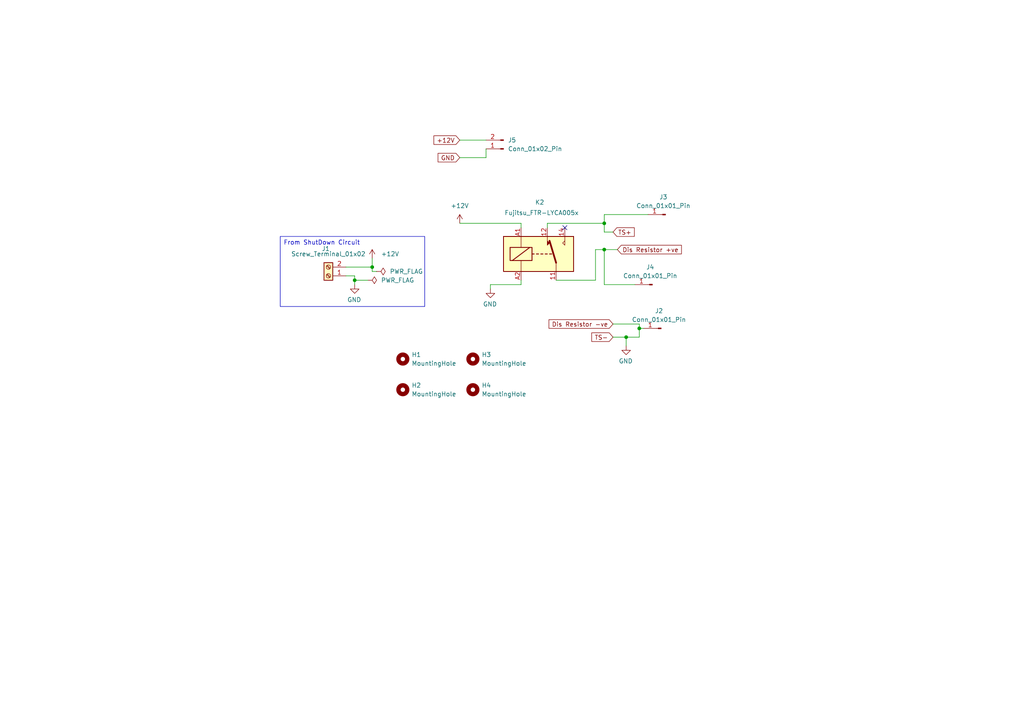
<source format=kicad_sch>
(kicad_sch (version 20231120) (generator "eeschema") (generator_version "8.0")
  (paper "A4")
  (lib_symbols
    (symbol "Connector:Conn_01x01_Pin" (pin_names (offset 1.016) hide)
      (property "Reference" "J" (at 0 2.54 0))
      (property "Value" "Conn_01x01_Pin" (at 0 -2.54 0))
      (symbol "Conn_01x01_Pin_1_1"
        (polyline (pts (xy 1.27 0) (xy 0.8636 0)) (stroke (width 0.1524)))
        (rectangle (start 0.8636 0.127) (end 0 -0.127) (stroke (width 0.1524)) (fill (type outline)))
        (pin passive line (at 5.08 0 180) (length 3.81) (name "Pin_1") (number "1"))
      )
    )
    (symbol "Connector:Conn_01x02_Pin" (pin_names (offset 1.016) hide)
      (property "Reference" "J" (at 0 2.54 0))
      (property "Value" "Conn_01x02_Pin" (at 0 -5.08 0))
      (symbol "Conn_01x02_Pin_1_1"
        (polyline (pts (xy 1.27 -2.54) (xy 0.8636 -2.54)) (stroke (width 0.1524)))
        (polyline (pts (xy 1.27 0) (xy 0.8636 0)) (stroke (width 0.1524)))
        (rectangle (start 0.8636 -2.413) (end 0 -2.667) (stroke (width 0.1524)) (fill (type outline)))
        (rectangle (start 0.8636 0.127) (end 0 -0.127) (stroke (width 0.1524)) (fill (type outline)))
        (pin passive line (at 5.08 0 180) (length 3.81) (name "Pin_1") (number "1"))
        (pin passive line (at 5.08 -2.54 180) (length 3.81) (name "Pin_2") (number "2"))
      )
    )
    (symbol "Connector:Screw_Terminal_01x02" (pin_names (offset 1.016) hide)
      (property "Reference" "J" (at 0 2.54 0))
      (property "Value" "Screw_Terminal_01x02" (at 0 -5.08 0))
      (symbol "Screw_Terminal_01x02_1_1"
        (rectangle (start -1.27 1.27) (end 1.27 -3.81) (stroke (width 0.254)) (fill (type background)))
        (circle (center 0 -2.54) (radius 0.635) (stroke (width 0.1524)))
        (polyline (pts (xy -0.5334 -2.2098) (xy 0.3302 -3.048)) (stroke (width 0.1524)))
        (polyline (pts (xy -0.5334 0.3302) (xy 0.3302 -0.508)) (stroke (width 0.1524)))
        (polyline (pts (xy -0.3556 -2.032) (xy 0.508 -2.8702)) (stroke (width 0.1524)))
        (polyline (pts (xy -0.3556 0.508) (xy 0.508 -0.3302)) (stroke (width 0.1524)))
        (circle (center 0 0) (radius 0.635) (stroke (width 0.1524)))
        (pin passive line (at -5.08 0 0) (length 3.81) (name "Pin_1") (number "1"))
        (pin passive line (at -5.08 -2.54 0) (length 3.81) (name "Pin_2") (number "2"))
      )
    )
    (symbol "Mechanical:MountingHole" (pin_names (offset 1.016)) (exclude_from_sim yes) (in_bom no)
      (property "Reference" "H" (at 0 5.08 0))
      (property "Value" "MountingHole" (at 0 3.175 0))
      (symbol "MountingHole_0_1"
        (circle (center 0 0) (radius 1.27) (stroke (width 1.27)))
      )
    )
    (symbol "Relay:Fujitsu_FTR-LYCA005x"
      (property "Reference" "K" (at 11.43 3.81 0))
      (property "Value" "Fujitsu_FTR-LYCA005x" (at 11.43 1.27 0))
      (symbol "Fujitsu_FTR-LYCA005x_0_0"
        (polyline (pts (xy 7.62 5.08) (xy 7.62 2.54) (xy 6.985 3.175) (xy 7.62 3.81)))
      )
      (symbol "Fujitsu_FTR-LYCA005x_0_1"
        (rectangle (start -10.16 5.08) (end 10.16 -5.08) (stroke (width 0.254)) (fill (type background)))
        (rectangle (start -8.255 1.905) (end -1.905 -1.905) (stroke (width 0.254)))
        (polyline (pts (xy -7.62 -1.905) (xy -2.54 1.905)) (stroke (width 0.254)))
        (polyline (pts (xy -5.08 -5.08) (xy -5.08 -1.905)))
        (polyline (pts (xy -5.08 5.08) (xy -5.08 1.905)))
        (polyline (pts (xy -1.905 0) (xy -1.27 0)) (stroke (width 0.254)))
        (polyline (pts (xy -0.635 0) (xy 0 0)) (stroke (width 0.254)))
        (polyline (pts (xy 0.635 0) (xy 1.27 0)) (stroke (width 0.254)))
        (polyline (pts (xy 1.905 0) (xy 2.54 0)) (stroke (width 0.254)))
        (polyline (pts (xy 3.175 0) (xy 3.81 0)) (stroke (width 0.254)))
        (polyline (pts (xy 5.08 -2.54) (xy 3.175 3.81)) (stroke (width 0.508)))
        (polyline (pts (xy 5.08 -2.54) (xy 5.08 -5.08)))
        (polyline (pts (xy 2.54 5.08) (xy 2.54 2.54) (xy 3.175 3.175) (xy 2.54 3.81)) (fill (type outline)))
      )
      (symbol "Fujitsu_FTR-LYCA005x_1_1"
        (pin passive line (at 5.08 -7.62 90) (length 2.54) (name "~") (number "11"))
        (pin passive line (at 2.54 7.62 270) (length 2.54) (name "~") (number "12"))
        (pin passive line (at 7.62 7.62 270) (length 2.54) (name "~") (number "14"))
        (pin passive line (at -5.08 7.62 270) (length 2.54) (name "~") (number "A1"))
        (pin passive line (at -5.08 -7.62 90) (length 2.54) (name "~") (number "A2"))
      )
    )
    (symbol "power:+12V" (power) (pin_names (offset 0))
      (property "Value" "+12V" (at 0 3.556 0))
      (symbol "+12V_0_1"
        (polyline (pts (xy -0.762 1.27) (xy 0 2.54)))
        (polyline (pts (xy 0 0) (xy 0 2.54)))
        (polyline (pts (xy 0 2.54) (xy 0.762 1.27)))
      )
      (symbol "+12V_1_1"
        (pin power_in line (at 0 0 90) (length 0) hide (name "+12V") (number "1"))
      )
    )
    (symbol "power:GND" (power) (pin_names (offset 0))
      (property "Value" "GND" (at 0 -3.81 0))
      (symbol "GND_0_1"
        (polyline (pts (xy 0 0) (xy 0 -1.27) (xy 1.27 -1.27) (xy 0 -2.54) (xy -1.27 -1.27) (xy 0 -1.27)))
      )
      (symbol "GND_1_1"
        (pin power_in line (at 0 0 270) (length 0) hide (name "GND") (number "1"))
      )
    )
    (symbol "power:PWR_FLAG" (power) (pin_numbers hide) (pin_names (offset 0) hide)
      (property "Value" "PWR_FLAG" (at 0 3.81 0))
      (symbol "PWR_FLAG_0_0"
        (pin power_out line (at 0 0 90) (length 0) (name "~") (number "1"))
      )
      (symbol "PWR_FLAG_0_1"
        (polyline (pts (xy 0 0) (xy 0 1.27) (xy -1.016 1.905) (xy 0 2.54) (xy 1.016 1.905) (xy 0 1.27)))
      )
    )
  )
  (junction (at 107.95 77.47))
  (junction (at 185.42 95.25))
  (junction (at 181.61 97.79))
  (junction (at 102.87 81.28))
  (junction (at 175.26 72.39))
  (junction (at 175.26 64.77))
  (no_connect (at 163.83 66.04))
  (wire (pts (xy 175.26 64.77) (xy 175.26 67.31)))
  (wire (pts (xy 185.42 95.25) (xy 185.42 97.79)))
  (wire (pts (xy 177.8 97.79) (xy 181.61 97.79)))
  (wire (pts (xy 151.13 64.77) (xy 151.13 66.04)))
  (wire (pts (xy 172.72 81.28) (xy 172.72 72.39)))
  (wire (pts (xy 133.35 45.72) (xy 140.97 45.72)))
  (wire (pts (xy 172.72 72.39) (xy 175.26 72.39)))
  (wire (pts (xy 100.33 80.01) (xy 102.87 80.01)))
  (wire (pts (xy 185.42 93.98) (xy 185.42 95.25)))
  (wire (pts (xy 177.8 93.98) (xy 185.42 93.98)))
  (wire (pts (xy 102.87 80.01) (xy 102.87 81.28)))
  (wire (pts (xy 140.97 43.18) (xy 140.97 45.72)))
  (wire (pts (xy 181.61 97.79) (xy 181.61 100.33)))
  (wire (pts (xy 102.87 81.28) (xy 102.87 82.55)))
  (wire (pts (xy 158.75 64.77) (xy 175.26 64.77)))
  (wire (pts (xy 175.26 62.23) (xy 175.26 64.77)))
  (wire (pts (xy 185.42 95.25) (xy 186.69 95.25)))
  (wire (pts (xy 133.35 40.64) (xy 140.97 40.64)))
  (wire (pts (xy 158.75 66.04) (xy 158.75 64.77)))
  (wire (pts (xy 107.95 78.74) (xy 107.95 77.47)))
  (wire (pts (xy 142.24 82.55) (xy 142.24 83.82)))
  (wire (pts (xy 142.24 82.55) (xy 151.13 82.55)))
  (wire (pts (xy 133.35 64.77) (xy 151.13 64.77)))
  (wire (pts (xy 161.29 81.28) (xy 172.72 81.28)))
  (wire (pts (xy 184.15 82.55) (xy 175.26 82.55)))
  (wire (pts (xy 102.87 81.28) (xy 106.68 81.28)))
  (wire (pts (xy 100.33 77.47) (xy 107.95 77.47)))
  (wire (pts (xy 175.26 72.39) (xy 175.26 82.55)))
  (wire (pts (xy 107.95 74.93) (xy 107.95 77.47)))
  (wire (pts (xy 187.96 62.23) (xy 175.26 62.23)))
  (wire (pts (xy 151.13 82.55) (xy 151.13 81.28)))
  (wire (pts (xy 175.26 67.31) (xy 177.8 67.31)))
  (wire (pts (xy 109.22 78.74) (xy 107.95 78.74)))
  (wire (pts (xy 175.26 72.39) (xy 179.07 72.39)))
  (wire (pts (xy 181.61 97.79) (xy 185.42 97.79)))
  (text_box "From ShutDown Circuit" (at 81.28 68.58 0) (size 41.91 20.32) (effects (font (size 1.27 1.27)) (justify left top)))
  (global_label "Dis Resistor -ve" (shape input) (at 177.8 93.98 180) (property "Intersheetrefs" "${INTERSHEET_REFS}" (effects (hide yes))))
  (global_label "TS-" (shape input) (at 177.8 97.79 180) (property "Intersheetrefs" "${INTERSHEET_REFS}" (effects (hide yes))))
  (global_label "TS+" (shape input) (at 177.8 67.31 0) (property "Intersheetrefs" "${INTERSHEET_REFS}" (effects (hide yes))))
  (global_label "GND" (shape input) (at 133.35 45.72 180) (property "Intersheetrefs" "${INTERSHEET_REFS}" (effects (hide yes))))
  (global_label "+12V" (shape input) (at 133.35 40.64 180) (property "Intersheetrefs" "${INTERSHEET_REFS}" (effects (hide yes))))
  (global_label "Dis Resistor +ve" (shape input) (at 179.07 72.39 0) (property "Intersheetrefs" "${INTERSHEET_REFS}" (effects (hide yes))))
  (symbol (lib_id "Connector:Conn_01x01_Pin") (at 191.77 95.25 180) (unit 1)
    (property "Reference" "J2" (at 191.135 90.17 0))
    (property "Value" "Conn_01x01_Pin" (at 191.135 92.71 0))
    (property "Footprint" "TerminalBlock_Phoenix:TerminalBlock_Phoenix_MKDS-1,5-2-5.08_1x02_P5.08mm_Horizontal" (effects (hide yes)))
    (property "Description" "Generic connector, single row, 01x01, script generated" (effects (hide yes)))
  )
  (symbol (lib_id "power:GND") (at 102.87 82.55 0) (mirror y) (unit 1)
    (property "Reference" "#PWR01" (effects (hide yes)))
    (property "Value" "GND" (at 102.743 86.9442 0))
  )
  (symbol (lib_id "Relay:Fujitsu_FTR-LYCA005x") (at 156.21 73.66 0) (unit 1)
    (property "Reference" "K2" (at 155.194 58.674 0) (effects (justify left)))
    (property "Value" "Fujitsu_FTR-LYCA005x" (at 146.304 61.722 0) (effects (justify left)))
    (property "Footprint" "Relay_THT:Relay_SPDT_Hongfa_HF3F-L-xx-1ZL1T" (effects (hide yes)))
    (property "Datasheet" "https://www.fujitsu.com/sg/imagesgig5/ftr-ly.pdf" (effects (hide yes)))
    (property "Description" "Relay, SPDT Form C, vertical mount, 5-60V coil, 6A, 250VAC, 28 x 5 x 15mm" (effects (hide yes)))
  )
  (symbol (lib_id "power:PWR_FLAG") (at 109.22 78.74 270) (unit 1)
    (property "Reference" "#FLG01" (effects (hide yes)))
    (property "Value" "PWR_FLAG" (at 113.03 78.7399 90) (effects (justify left)))
    (property "Description" "Special symbol for telling ERC where power comes from" (effects (hide yes)))
  )
  (symbol (lib_id "Mechanical:MountingHole") (at 116.84 104.14 0) (unit 1) (exclude_from_sim yes) (in_bom no)
    (property "Reference" "H1" (at 119.38 102.8699 0) (effects (justify left)))
    (property "Value" "MountingHole" (at 119.38 105.4099 0) (effects (justify left)))
    (property "Footprint" "MountingHole:MountingHole_4.3mm_M4" (effects (hide yes)))
    (property "Description" "Mounting Hole without connection" (effects (hide yes)))
  )
  (symbol (lib_id "Mechanical:MountingHole") (at 116.84 113.03 0) (unit 1) (exclude_from_sim yes) (in_bom no)
    (property "Reference" "H2" (at 119.38 111.7599 0) (effects (justify left)))
    (property "Value" "MountingHole" (at 119.38 114.2999 0) (effects (justify left)))
    (property "Footprint" "MountingHole:MountingHole_4.3mm_M4" (effects (hide yes)))
    (property "Description" "Mounting Hole without connection" (effects (hide yes)))
  )
  (symbol (lib_id "power:PWR_FLAG") (at 106.68 81.28 270) (unit 1)
    (property "Reference" "#FLG02" (effects (hide yes)))
    (property "Value" "PWR_FLAG" (at 110.49 81.2799 90) (effects (justify left)))
    (property "Description" "Special symbol for telling ERC where power comes from" (effects (hide yes)))
  )
  (symbol (lib_id "power:GND") (at 142.24 83.82 0) (mirror y) (unit 1)
    (property "Reference" "#PWR04" (effects (hide yes)))
    (property "Value" "GND" (at 142.113 88.2142 0))
  )
  (symbol (lib_id "Mechanical:MountingHole") (at 137.16 104.14 0) (unit 1) (exclude_from_sim yes) (in_bom no)
    (property "Reference" "H3" (at 139.7 102.8699 0) (effects (justify left)))
    (property "Value" "MountingHole" (at 139.7 105.4099 0) (effects (justify left)))
    (property "Footprint" "MountingHole:MountingHole_4.3mm_M4" (effects (hide yes)))
    (property "Description" "Mounting Hole without connection" (effects (hide yes)))
  )
  (symbol (lib_id "Connector:Conn_01x01_Pin") (at 189.23 82.55 180) (unit 1)
    (property "Reference" "J4" (at 188.595 77.47 0))
    (property "Value" "Conn_01x01_Pin" (at 188.595 80.01 0))
    (property "Footprint" "TerminalBlock_Phoenix:TerminalBlock_Phoenix_MKDS-1,5-2-5.08_1x02_P5.08mm_Horizontal" (effects (hide yes)))
    (property "Description" "Generic connector, single row, 01x01, script generated" (effects (hide yes)))
  )
  (symbol (lib_id "Connector:Conn_01x02_Pin") (at 146.05 43.18 180) (unit 1)
    (property "Reference" "J5" (at 147.32 40.6399 0) (effects (justify right)))
    (property "Value" "Conn_01x02_Pin" (at 147.32 43.1799 0) (effects (justify right)))
    (property "Footprint" "TerminalBlock_Phoenix:TerminalBlock_Phoenix_MKDS-1,5-2-5.08_1x02_P5.08mm_Horizontal" (effects (hide yes)))
    (property "Description" "Generic connector, single row, 01x02, script generated" (effects (hide yes)))
  )
  (symbol (lib_id "power:+12V") (at 133.35 64.77 0) (unit 1)
    (property "Reference" "#PWR03" (effects (hide yes)))
    (property "Value" "+12V" (at 133.35 59.69 0))
  )
  (symbol (lib_id "Connector:Screw_Terminal_01x02") (at 95.25 80.01 180) (unit 1)
    (property "Reference" "J1" (at 94.488 72.136 0))
    (property "Value" "Screw_Terminal_01x02" (at 95.25 73.66 0))
    (property "Footprint" "TerminalBlock_Phoenix:TerminalBlock_Phoenix_MKDS-1,5-2-5.08_1x02_P5.08mm_Horizontal" (effects (hide yes)))
  )
  (symbol (lib_id "Connector:Conn_01x01_Pin") (at 193.04 62.23 180) (unit 1)
    (property "Reference" "J3" (at 192.405 57.15 0))
    (property "Value" "Conn_01x01_Pin" (at 192.405 59.69 0))
    (property "Footprint" "TerminalBlock_Phoenix:TerminalBlock_Phoenix_MKDS-1,5-2-5.08_1x02_P5.08mm_Horizontal" (effects (hide yes)))
    (property "Description" "Generic connector, single row, 01x01, script generated" (effects (hide yes)))
  )
  (symbol (lib_id "Mechanical:MountingHole") (at 137.16 113.03 0) (unit 1) (exclude_from_sim yes) (in_bom no)
    (property "Reference" "H4" (at 139.7 111.7599 0) (effects (justify left)))
    (property "Value" "MountingHole" (at 139.7 114.2999 0) (effects (justify left)))
    (property "Footprint" "MountingHole:MountingHole_4.3mm_M4" (effects (hide yes)))
    (property "Description" "Mounting Hole without connection" (effects (hide yes)))
  )
  (symbol (lib_id "power:GND") (at 181.61 100.33 0) (mirror y) (unit 1)
    (property "Reference" "#PWR05" (effects (hide yes)))
    (property "Value" "GND" (at 181.483 104.7242 0))
  )
  (symbol (lib_id "power:+12V") (at 107.95 74.93 0) (unit 1)
    (property "Reference" "#PWR02" (effects (hide yes)))
    (property "Value" "+12V" (at 110.49 73.6599 0) (effects (justify left)))
  )
)
</source>
